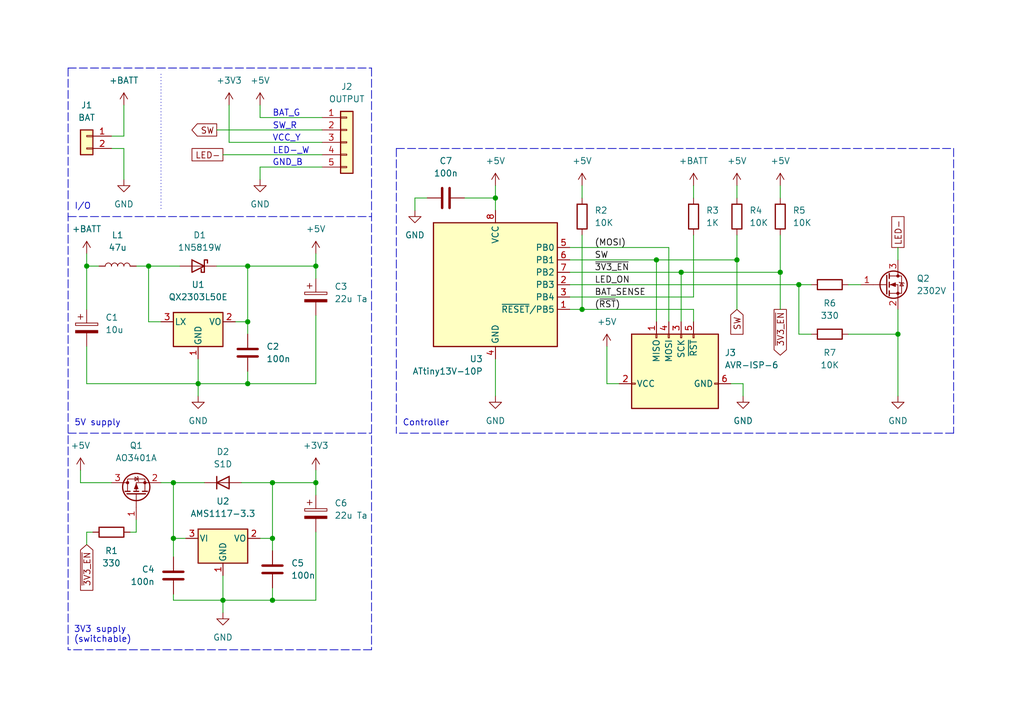
<source format=kicad_sch>
(kicad_sch (version 20211123) (generator eeschema)
  (paper "A5")
  (title_block (title "Napoleon Grill Battery Supply") (date "2024-10-22") (rev "0.1-alpha") (company "Yavook!de") (comment 1 "Napoleon Rogue SE (Special Edition) 425"))
  (lib_symbols
    (symbol "Connector:AVR-ISP-6" (pin_names (offset 1.016))
      (property "Reference" "J" (at -6.35 11.43 0))
      (property "Value" "AVR-ISP-6" (at 0 11.43 0))
      (symbol "AVR-ISP-6_0_1"
        (rectangle (start -2.667 -6.858) (end -2.413 -7.62))
        (rectangle (start -2.667 10.16) (end -2.413 9.398))
        (rectangle (start 7.62 -2.413) (end 6.858 -2.667))
        (rectangle (start 7.62 0.127) (end 6.858 -0.127))
        (rectangle (start 7.62 2.667) (end 6.858 2.413))
        (rectangle (start 7.62 5.207) (end 6.858 4.953))
        (rectangle (start 7.62 10.16) (end -7.62 -7.62) (stroke (width 0.254)) (fill (type background)))
      )
      (symbol "AVR-ISP-6_1_1"
        (pin passive line (at 10.16 5.08 180) (length 2.54) (name "MISO") (number "1"))
        (pin passive line (at -2.54 12.7 270) (length 2.54) (name "VCC") (number "2"))
        (pin passive line (at 10.16 0 180) (length 2.54) (name "SCK") (number "3"))
        (pin passive line (at 10.16 2.54 180) (length 2.54) (name "MOSI") (number "4"))
        (pin passive line (at 10.16 -2.54 180) (length 2.54) (name "~{RST}") (number "5"))
        (pin passive line (at -2.54 -10.16 90) (length 2.54) (name "GND") (number "6"))
      )
    )
    (symbol "Connector_Generic:Conn_01x02" (pin_names (offset 1.016) hide)
      (property "Reference" "J" (at 0 2.54 0))
      (property "Value" "Conn_01x02" (at 0 -5.08 0))
      (symbol "Conn_01x02_1_1"
        (rectangle (start -1.27 -2.413) (end 0 -2.667) (stroke (width 0.1524)))
        (rectangle (start -1.27 0.127) (end 0 -0.127) (stroke (width 0.1524)))
        (rectangle (start -1.27 1.27) (end 1.27 -3.81) (stroke (width 0.254)) (fill (type background)))
        (pin passive line (at -5.08 0 0) (length 3.81) (name "Pin_1") (number "1"))
        (pin passive line (at -5.08 -2.54 0) (length 3.81) (name "Pin_2") (number "2"))
      )
    )
    (symbol "Connector_Generic:Conn_01x05" (pin_names (offset 1.016) hide)
      (property "Reference" "J" (at 0 7.62 0))
      (property "Value" "Conn_01x05" (at 0 -7.62 0))
      (symbol "Conn_01x05_1_1"
        (rectangle (start -1.27 -4.953) (end 0 -5.207) (stroke (width 0.1524)))
        (rectangle (start -1.27 -2.413) (end 0 -2.667) (stroke (width 0.1524)))
        (rectangle (start -1.27 0.127) (end 0 -0.127) (stroke (width 0.1524)))
        (rectangle (start -1.27 2.667) (end 0 2.413) (stroke (width 0.1524)))
        (rectangle (start -1.27 5.207) (end 0 4.953) (stroke (width 0.1524)))
        (rectangle (start -1.27 6.35) (end 1.27 -6.35) (stroke (width 0.254)) (fill (type background)))
        (pin passive line (at -5.08 5.08 0) (length 3.81) (name "Pin_1") (number "1"))
        (pin passive line (at -5.08 2.54 0) (length 3.81) (name "Pin_2") (number "2"))
        (pin passive line (at -5.08 0 0) (length 3.81) (name "Pin_3") (number "3"))
        (pin passive line (at -5.08 -2.54 0) (length 3.81) (name "Pin_4") (number "4"))
        (pin passive line (at -5.08 -5.08 0) (length 3.81) (name "Pin_5") (number "5"))
      )
    )
    (symbol "Device:C" (pin_numbers hide) (pin_names (offset 0.254))
      (property "Reference" "C" (at 0.635 2.54 0))
      (property "Value" "C" (at 0.635 -2.54 0))
      (symbol "C_0_1"
        (polyline (pts (xy -2.032 -0.762) (xy 2.032 -0.762)) (stroke (width 0.508)))
        (polyline (pts (xy -2.032 0.762) (xy 2.032 0.762)) (stroke (width 0.508)))
      )
      (symbol "C_1_1"
        (pin passive line (at 0 3.81 270) (length 2.794) (name "~") (number "1"))
        (pin passive line (at 0 -3.81 90) (length 2.794) (name "~") (number "2"))
      )
    )
    (symbol "Device:C_Polarized" (pin_numbers hide) (pin_names (offset 0.254))
      (property "Reference" "C" (at 0.635 2.54 0))
      (property "Value" "C_Polarized" (at 0.635 -2.54 0))
      (symbol "C_Polarized_0_1"
        (rectangle (start -2.286 0.508) (end 2.286 1.016))
        (polyline (pts (xy -1.778 2.286) (xy -0.762 2.286)))
        (polyline (pts (xy -1.27 2.794) (xy -1.27 1.778)))
        (rectangle (start 2.286 -0.508) (end -2.286 -1.016) (fill (type outline)))
      )
      (symbol "C_Polarized_1_1"
        (pin passive line (at 0 3.81 270) (length 2.794) (name "~") (number "1"))
        (pin passive line (at 0 -3.81 90) (length 2.794) (name "~") (number "2"))
      )
    )
    (symbol "Device:D_Schottky" (pin_numbers hide) (pin_names (offset 1.016) hide)
      (property "Reference" "D" (at 0 2.54 0))
      (property "Value" "D_Schottky" (at 0 -2.54 0))
      (symbol "D_Schottky_0_1"
        (polyline (pts (xy 1.27 0) (xy -1.27 0)))
        (polyline (pts (xy 1.27 1.27) (xy 1.27 -1.27) (xy -1.27 0) (xy 1.27 1.27)) (stroke (width 0.254)))
        (polyline (pts (xy -1.905 0.635) (xy -1.905 1.27) (xy -1.27 1.27) (xy -1.27 -1.27) (xy -0.635 -1.27) (xy -0.635 -0.635)) (stroke (width 0.254)))
      )
      (symbol "D_Schottky_1_1"
        (pin passive line (at -3.81 0 0) (length 2.54) (name "K") (number "1"))
        (pin passive line (at 3.81 0 180) (length 2.54) (name "A") (number "2"))
      )
    )
    (symbol "Device:L" (pin_numbers hide) (pin_names (offset 1.016) hide)
      (property "Reference" "L" (at -1.27 0 90))
      (property "Value" "L" (at 1.905 0 90))
      (symbol "L_0_1"
        (arc (start 0 -2.54) (mid 0.635 -1.905) (end 0 -1.27))
        (arc (start 0 -1.27) (mid 0.635 -0.635) (end 0 0))
        (arc (start 0 0) (mid 0.635 0.635) (end 0 1.27))
        (arc (start 0 1.27) (mid 0.635 1.905) (end 0 2.54))
      )
      (symbol "L_1_1"
        (pin passive line (at 0 3.81 270) (length 1.27) (name "1") (number "1"))
        (pin passive line (at 0 -3.81 90) (length 1.27) (name "2") (number "2"))
      )
    )
    (symbol "Device:R" (pin_numbers hide) (pin_names (offset 0))
      (property "Reference" "R" (at 2.032 0 90))
      (property "Value" "R" (at 0 0 90))
      (symbol "R_0_1"
        (rectangle (start -1.016 -2.54) (end 1.016 2.54) (stroke (width 0.254)))
      )
      (symbol "R_1_1"
        (pin passive line (at 0 3.81 270) (length 1.27) (name "~") (number "1"))
        (pin passive line (at 0 -3.81 90) (length 1.27) (name "~") (number "2"))
      )
    )
    (symbol "Diode:US1D" (pin_numbers hide) (pin_names (offset 1.016) hide)
      (property "Reference" "D" (at 0 2.54 0))
      (property "Value" "US1D" (at 0 -2.54 0))
      (symbol "US1D_0_1"
        (polyline (pts (xy -1.27 1.27) (xy -1.27 -1.27)) (stroke (width 0.254)))
        (polyline (pts (xy 1.27 0) (xy -1.27 0)))
        (polyline (pts (xy 1.27 1.27) (xy 1.27 -1.27) (xy -1.27 0) (xy 1.27 1.27)) (stroke (width 0.254)))
      )
      (symbol "US1D_1_1"
        (pin passive line (at -3.81 0 0) (length 2.54) (name "K") (number "1"))
        (pin passive line (at 3.81 0 180) (length 2.54) (name "A") (number "2"))
      )
    )
    (symbol "MCU_Microchip_ATtiny:ATtiny13V-10P"
      (property "Reference" "U" (at -12.7 13.97 0))
      (property "Value" "ATtiny13V-10P" (at 2.54 -13.97 0))
      (symbol "ATtiny13V-10P_0_1"
        (rectangle (start -12.7 -12.7) (end 12.7 12.7) (stroke (width 0.254)) (fill (type background)))
      )
      (symbol "ATtiny13V-10P_1_1"
        (pin bidirectional line (at 15.24 -5.08 180) (length 2.54) (name "~{RESET}/PB5") (number "1"))
        (pin bidirectional line (at 15.24 0 180) (length 2.54) (name "PB3") (number "2"))
        (pin bidirectional line (at 15.24 -2.54 180) (length 2.54) (name "PB4") (number "3"))
        (pin power_in line (at 0 -15.24 90) (length 2.54) (name "GND") (number "4"))
        (pin bidirectional line (at 15.24 7.62 180) (length 2.54) (name "PB0") (number "5"))
        (pin bidirectional line (at 15.24 5.08 180) (length 2.54) (name "PB1") (number "6"))
        (pin bidirectional line (at 15.24 2.54 180) (length 2.54) (name "PB2") (number "7"))
        (pin power_in line (at 0 15.24 270) (length 2.54) (name "VCC") (number "8"))
      )
    )
    (symbol "Regulator_Linear:AMS1117-3.3" (pin_names (offset 0.254))
      (property "Reference" "U" (at -3.81 3.175 0))
      (property "Value" "AMS1117-3.3" (at 0 3.175 0))
      (symbol "AMS1117-3.3_0_1"
        (rectangle (start -5.08 -5.08) (end 5.08 1.905) (stroke (width 0.254)) (fill (type background)))
      )
      (symbol "AMS1117-3.3_1_1"
        (pin power_in line (at 0 -7.62 90) (length 2.54) (name "GND") (number "1"))
        (pin power_out line (at 7.62 0 180) (length 2.54) (name "VO") (number "2"))
        (pin power_in line (at -7.62 0 0) (length 2.54) (name "VI") (number "3"))
      )
    )
    (symbol "Transistor_FET:AO3401A" (pin_names hide)
      (property "Reference" "Q" (at 5.08 1.905 0))
      (property "Value" "AO3401A" (at 5.08 0 0))
      (symbol "AO3401A_0_1"
        (polyline (pts (xy 0.254 0) (xy -2.54 0)))
        (polyline (pts (xy 0.254 1.905) (xy 0.254 -1.905)) (stroke (width 0.254)))
        (polyline (pts (xy 0.762 -1.27) (xy 0.762 -2.286)) (stroke (width 0.254)))
        (polyline (pts (xy 0.762 0.508) (xy 0.762 -0.508)) (stroke (width 0.254)))
        (polyline (pts (xy 0.762 2.286) (xy 0.762 1.27)) (stroke (width 0.254)))
        (polyline (pts (xy 2.54 2.54) (xy 2.54 1.778)))
        (polyline (pts (xy 2.54 -2.54) (xy 2.54 0) (xy 0.762 0)))
        (polyline (pts (xy 0.762 1.778) (xy 3.302 1.778) (xy 3.302 -1.778) (xy 0.762 -1.778)))
        (polyline (pts (xy 2.286 0) (xy 1.27 0.381) (xy 1.27 -0.381) (xy 2.286 0)) (fill (type outline)))
        (polyline (pts (xy 2.794 -0.508) (xy 2.921 -0.381) (xy 3.683 -0.381) (xy 3.81 -0.254)))
        (polyline (pts (xy 3.302 -0.381) (xy 2.921 0.254) (xy 3.683 0.254) (xy 3.302 -0.381)))
        (circle (center 1.651 0) (radius 2.794) (stroke (width 0.254)))
        (circle (center 2.54 -1.778) (radius 0.254) (fill (type outline)))
        (circle (center 2.54 1.778) (radius 0.254) (fill (type outline)))
      )
      (symbol "AO3401A_1_1"
        (pin input line (at -5.08 0 0) (length 2.54) (name "G") (number "1"))
        (pin passive line (at 2.54 -5.08 90) (length 2.54) (name "S") (number "2"))
        (pin passive line (at 2.54 5.08 270) (length 2.54) (name "D") (number "3"))
      )
    )
    (symbol "Transistor_FET:DMG2302U" (pin_names hide)
      (property "Reference" "Q" (at 5.08 1.905 0))
      (property "Value" "DMG2302U" (at 5.08 0 0))
      (symbol "DMG2302U_0_1"
        (polyline (pts (xy 0.254 0) (xy -2.54 0)))
        (polyline (pts (xy 0.254 1.905) (xy 0.254 -1.905)) (stroke (width 0.254)))
        (polyline (pts (xy 0.762 -1.27) (xy 0.762 -2.286)) (stroke (width 0.254)))
        (polyline (pts (xy 0.762 0.508) (xy 0.762 -0.508)) (stroke (width 0.254)))
        (polyline (pts (xy 0.762 2.286) (xy 0.762 1.27)) (stroke (width 0.254)))
        (polyline (pts (xy 2.54 2.54) (xy 2.54 1.778)))
        (polyline (pts (xy 2.54 -2.54) (xy 2.54 0) (xy 0.762 0)))
        (polyline (pts (xy 0.762 -1.778) (xy 3.302 -1.778) (xy 3.302 1.778) (xy 0.762 1.778)))
        (polyline (pts (xy 1.016 0) (xy 2.032 0.381) (xy 2.032 -0.381) (xy 1.016 0)) (fill (type outline)))
        (polyline (pts (xy 2.794 0.508) (xy 2.921 0.381) (xy 3.683 0.381) (xy 3.81 0.254)))
        (polyline (pts (xy 3.302 0.381) (xy 2.921 -0.254) (xy 3.683 -0.254) (xy 3.302 0.381)))
        (circle (center 1.651 0) (radius 2.794) (stroke (width 0.254)))
        (circle (center 2.54 -1.778) (radius 0.254) (fill (type outline)))
        (circle (center 2.54 1.778) (radius 0.254) (fill (type outline)))
      )
      (symbol "DMG2302U_1_1"
        (pin input line (at -5.08 0 0) (length 2.54) (name "G") (number "1"))
        (pin passive line (at 2.54 -5.08 90) (length 2.54) (name "S") (number "2"))
        (pin passive line (at 2.54 5.08 270) (length 2.54) (name "D") (number "3"))
      )
    )
    (symbol "mini-boards:QX2303L50E" (pin_names (offset 0.254))
      (property "Reference" "U" (at -3.81 3.175 0))
      (property "Value" "QX2303L50E" (at 0 3.175 0))
      (symbol "QX2303L50E_0_1"
        (rectangle (start -5.08 -5.08) (end 5.08 1.905) (stroke (width 0.254)) (fill (type background)))
      )
      (symbol "QX2303L50E_1_1"
        (pin power_in line (at 0 -7.62 90) (length 2.54) (name "GND") (number "1"))
        (pin power_out line (at 7.62 0 180) (length 2.54) (name "VO") (number "2"))
        (pin open_collector line (at -7.62 0 0) (length 2.54) (name "LX") (number "3"))
      )
    )
    (symbol "power:+3V3" (power) (pin_names (offset 0))
      (property "Value" "+3V3" (at 0 3.556 0))
      (symbol "+3V3_0_1"
        (polyline (pts (xy -0.762 1.27) (xy 0 2.54)))
        (polyline (pts (xy 0 0) (xy 0 2.54)))
        (polyline (pts (xy 0 2.54) (xy 0.762 1.27)))
      )
      (symbol "+3V3_1_1"
        (pin power_in line (at 0 0 90) (length 0) hide (name "+3V3") (number "1"))
      )
    )
    (symbol "power:+5V" (power) (pin_names (offset 0))
      (property "Value" "+5V" (at 0 3.556 0))
      (symbol "+5V_0_1"
        (polyline (pts (xy -0.762 1.27) (xy 0 2.54)))
        (polyline (pts (xy 0 0) (xy 0 2.54)))
        (polyline (pts (xy 0 2.54) (xy 0.762 1.27)))
      )
      (symbol "+5V_1_1"
        (pin power_in line (at 0 0 90) (length 0) hide (name "+5V") (number "1"))
      )
    )
    (symbol "power:+BATT" (power) (pin_names (offset 0))
      (property "Value" "+BATT" (at 0 3.556 0))
      (symbol "+BATT_0_1"
        (polyline (pts (xy -0.762 1.27) (xy 0 2.54)))
        (polyline (pts (xy 0 0) (xy 0 2.54)))
        (polyline (pts (xy 0 2.54) (xy 0.762 1.27)))
      )
      (symbol "+BATT_1_1"
        (pin power_in line (at 0 0 90) (length 0) hide (name "+BATT") (number "1"))
      )
    )
    (symbol "power:GND" (power) (pin_names (offset 0))
      (property "Value" "GND" (at 0 -3.81 0))
      (symbol "GND_0_1"
        (polyline (pts (xy 0 0) (xy 0 -1.27) (xy 1.27 -1.27) (xy 0 -2.54) (xy -1.27 -1.27) (xy 0 -1.27)))
      )
      (symbol "GND_1_1"
        (pin power_in line (at 0 0 270) (length 0) hide (name "GND") (number "1"))
      )
    )
  )
  (junction (at 139.7 55.88))
  (junction (at 40.64 78.74))
  (junction (at 160.02 55.88))
  (junction (at 163.83 58.42))
  (junction (at 50.8 78.74))
  (junction (at 35.56 110.49))
  (junction (at 119.38 63.5))
  (junction (at 35.56 99.06))
  (junction (at 151.13 53.34))
  (junction (at 55.88 123.19))
  (junction (at 134.62 53.34))
  (junction (at 50.8 54.61))
  (junction (at 30.48 54.61))
  (junction (at 184.15 68.58))
  (junction (at 45.72 123.19))
  (junction (at 64.77 99.06))
  (junction (at 64.77 54.61))
  (junction (at 17.78 54.61))
  (junction (at 55.88 110.49))
  (junction (at 50.8 66.04))
  (junction (at 101.6 40.64))
  (junction (at 55.88 99.06))
  (wire (pts (xy 50.8 54.61) (xy 64.77 54.61)))
  (wire (pts (xy 16.51 99.06) (xy 22.86 99.06)))
  (wire (pts (xy 142.24 38.1) (xy 142.24 40.64)))
  (wire (pts (xy 49.53 99.06) (xy 55.88 99.06)))
  (polyline (pts (xy 13.97 13.97) (xy 13.97 133.35)))
  (wire (pts (xy 53.34 34.29) (xy 53.34 36.83)))
  (wire (pts (xy 101.6 73.66) (xy 101.6 81.28)))
  (polyline (pts (xy 13.97 88.9) (xy 76.2 88.9)))
  (wire (pts (xy 134.62 53.34) (xy 134.62 66.04)))
  (wire (pts (xy 40.64 73.66) (xy 40.64 78.74)))
  (wire (pts (xy 44.45 26.67) (xy 66.04 26.67)))
  (wire (pts (xy 35.56 123.19) (xy 45.72 123.19)))
  (wire (pts (xy 116.84 50.8) (xy 137.16 50.8)))
  (wire (pts (xy 45.72 31.75) (xy 66.04 31.75)))
  (wire (pts (xy 116.84 58.42) (xy 163.83 58.42)))
  (wire (pts (xy 55.88 99.06) (xy 55.88 110.49)))
  (wire (pts (xy 55.88 99.06) (xy 64.77 99.06)))
  (wire (pts (xy 101.6 38.1) (xy 101.6 40.64)))
  (wire (pts (xy 25.4 21.59) (xy 25.4 27.94)))
  (polyline (pts (xy 13.97 44.45) (xy 76.2 44.45)))
  (wire (pts (xy 22.86 30.48) (xy 25.4 30.48)))
  (wire (pts (xy 184.15 63.5) (xy 184.15 68.58)))
  (polyline (pts (xy 33.02 15.24) (xy 33.02 43.18)) (stroke (width 0) (type dot)))
  (wire (pts (xy 22.86 27.94) (xy 25.4 27.94)))
  (wire (pts (xy 55.88 120.65) (xy 55.88 123.19)))
  (wire (pts (xy 95.25 40.64) (xy 101.6 40.64)))
  (wire (pts (xy 64.77 96.52) (xy 64.77 99.06)))
  (wire (pts (xy 116.84 55.88) (xy 139.7 55.88)))
  (wire (pts (xy 17.78 111.76) (xy 17.78 109.22)))
  (wire (pts (xy 64.77 52.07) (xy 64.77 54.61)))
  (wire (pts (xy 142.24 60.96) (xy 142.24 48.26)))
  (wire (pts (xy 48.26 66.04) (xy 50.8 66.04)))
  (wire (pts (xy 16.51 96.52) (xy 16.51 99.06)))
  (wire (pts (xy 85.09 40.64) (xy 85.09 43.18)))
  (wire (pts (xy 152.4 78.74) (xy 152.4 81.28)))
  (wire (pts (xy 17.78 54.61) (xy 20.32 54.61)))
  (wire (pts (xy 139.7 55.88) (xy 139.7 66.04)))
  (wire (pts (xy 17.78 78.74) (xy 40.64 78.74)))
  (wire (pts (xy 119.38 38.1) (xy 119.38 40.64)))
  (wire (pts (xy 149.86 78.74) (xy 152.4 78.74)))
  (polyline (pts (xy 76.2 13.97) (xy 76.2 133.35)))
  (wire (pts (xy 137.16 50.8) (xy 137.16 66.04)))
  (wire (pts (xy 124.46 78.74) (xy 127 78.74)))
  (wire (pts (xy 119.38 48.26) (xy 119.38 63.5)))
  (polyline (pts (xy 195.58 30.48) (xy 195.58 88.9)))
  (wire (pts (xy 55.88 110.49) (xy 55.88 113.03)))
  (wire (pts (xy 151.13 38.1) (xy 151.13 40.64)))
  (wire (pts (xy 27.94 109.22) (xy 27.94 106.68)))
  (wire (pts (xy 64.77 123.19) (xy 55.88 123.19)))
  (wire (pts (xy 116.84 60.96) (xy 142.24 60.96)))
  (wire (pts (xy 64.77 109.22) (xy 64.77 123.19)))
  (polyline (pts (xy 81.28 30.48) (xy 195.58 30.48)))
  (wire (pts (xy 101.6 40.64) (xy 101.6 43.18)))
  (polyline (pts (xy 76.2 133.35) (xy 13.97 133.35)))
  (wire (pts (xy 35.56 121.92) (xy 35.56 123.19)))
  (wire (pts (xy 30.48 54.61) (xy 36.83 54.61)))
  (wire (pts (xy 17.78 109.22) (xy 19.05 109.22)))
  (wire (pts (xy 46.99 29.21) (xy 66.04 29.21)))
  (wire (pts (xy 87.63 40.64) (xy 85.09 40.64)))
  (wire (pts (xy 184.15 50.8) (xy 184.15 53.34)))
  (wire (pts (xy 119.38 63.5) (xy 142.24 63.5)))
  (wire (pts (xy 17.78 52.07) (xy 17.78 54.61)))
  (wire (pts (xy 64.77 64.77) (xy 64.77 78.74)))
  (wire (pts (xy 53.34 24.13) (xy 66.04 24.13)))
  (wire (pts (xy 30.48 66.04) (xy 30.48 54.61)))
  (wire (pts (xy 50.8 76.2) (xy 50.8 78.74)))
  (wire (pts (xy 151.13 48.26) (xy 151.13 53.34)))
  (wire (pts (xy 50.8 78.74) (xy 64.77 78.74)))
  (wire (pts (xy 17.78 63.5) (xy 17.78 54.61)))
  (wire (pts (xy 53.34 34.29) (xy 66.04 34.29)))
  (wire (pts (xy 45.72 123.19) (xy 45.72 118.11)))
  (wire (pts (xy 116.84 53.34) (xy 134.62 53.34)))
  (wire (pts (xy 142.24 66.04) (xy 142.24 63.5)))
  (wire (pts (xy 40.64 78.74) (xy 40.64 81.28)))
  (wire (pts (xy 64.77 99.06) (xy 64.77 101.6)))
  (wire (pts (xy 45.72 123.19) (xy 45.72 125.73)))
  (wire (pts (xy 160.02 48.26) (xy 160.02 55.88)))
  (wire (pts (xy 35.56 99.06) (xy 41.91 99.06)))
  (polyline (pts (xy 81.28 30.48) (xy 81.28 88.9)))
  (wire (pts (xy 26.67 109.22) (xy 27.94 109.22)))
  (wire (pts (xy 35.56 110.49) (xy 35.56 99.06)))
  (wire (pts (xy 38.1 110.49) (xy 35.56 110.49)))
  (wire (pts (xy 50.8 78.74) (xy 40.64 78.74)))
  (wire (pts (xy 17.78 71.12) (xy 17.78 78.74)))
  (polyline (pts (xy 13.97 13.97) (xy 76.2 13.97)))
  (wire (pts (xy 173.99 68.58) (xy 184.15 68.58)))
  (wire (pts (xy 27.94 54.61) (xy 30.48 54.61)))
  (wire (pts (xy 55.88 123.19) (xy 45.72 123.19)))
  (polyline (pts (xy 195.58 88.9) (xy 81.28 88.9)))
  (wire (pts (xy 53.34 21.59) (xy 53.34 24.13)))
  (wire (pts (xy 50.8 66.04) (xy 50.8 68.58)))
  (wire (pts (xy 44.45 54.61) (xy 50.8 54.61)))
  (wire (pts (xy 35.56 110.49) (xy 35.56 114.3)))
  (wire (pts (xy 166.37 68.58) (xy 163.83 68.58)))
  (wire (pts (xy 116.84 63.5) (xy 119.38 63.5)))
  (wire (pts (xy 33.02 99.06) (xy 35.56 99.06)))
  (wire (pts (xy 53.34 110.49) (xy 55.88 110.49)))
  (wire (pts (xy 160.02 55.88) (xy 160.02 63.5)))
  (wire (pts (xy 151.13 53.34) (xy 151.13 63.5)))
  (wire (pts (xy 173.99 58.42) (xy 176.53 58.42)))
  (wire (pts (xy 64.77 54.61) (xy 64.77 57.15)))
  (wire (pts (xy 33.02 66.04) (xy 30.48 66.04)))
  (wire (pts (xy 184.15 68.58) (xy 184.15 81.28)))
  (wire (pts (xy 163.83 58.42) (xy 166.37 58.42)))
  (wire (pts (xy 46.99 29.21) (xy 46.99 21.59)))
  (wire (pts (xy 134.62 53.34) (xy 151.13 53.34)))
  (wire (pts (xy 160.02 38.1) (xy 160.02 40.64)))
  (wire (pts (xy 163.83 68.58) (xy 163.83 58.42)))
  (wire (pts (xy 139.7 55.88) (xy 160.02 55.88)))
  (wire (pts (xy 124.46 71.12) (xy 124.46 78.74)))
  (wire (pts (xy 50.8 54.61) (xy 50.8 66.04)))
  (wire (pts (xy 25.4 30.48) (xy 25.4 36.83)))
  (text "I/O" (at 15.24 43.18 0) (effects (font (size 1.27 1.27)) (justify left bottom)))
  (text "VCC_Y" (at 55.8496 29.1853 0) (effects (font (size 1.27 1.27)) (justify left bottom)))
  (text "GND_B" (at 55.8496 34.2009 0) (effects (font (size 1.27 1.27)) (justify left bottom)))
  (text "5V supply" (at 15.2157 87.6125 0) (effects (font (size 1.27 1.27)) (justify left bottom)))
  (text "SW_R" (at 55.88 26.67 0) (effects (font (size 1.27 1.27)) (justify left bottom)))
  (text "BAT_G" (at 55.8496 24.0693 0) (effects (font (size 1.27 1.27)) (justify left bottom)))
  (text "LED-_W" (at 55.88 31.75 0) (effects (font (size 1.27 1.27)) (justify left bottom)))
  (text "3V3 supply\n(switchable)" (at 15.1293 132.0625 0) (effects (font (size 1.27 1.27)) (justify left bottom)))
  (text "Controller" (at 82.55 87.63 0) (effects (font (size 1.27 1.27)) (justify left bottom)))
  (label "LED_ON" (at 121.92 58.42 0))
  (label "(MOSI)" (at 121.92 50.8 0))
  (label "(~{RST})" (at 121.92 63.5 0))
  (label "~{3V3_EN}" (at 121.92 55.88 0))
  (label "SW" (at 121.92 53.34 0))
  (label "BAT_SENSE" (at 121.92 60.96 0))
  (global_label "~{3V3_EN}" (shape output) (at 160.02 63.5 270) (property "Referenzen zwischen Schaltplänen" "${INTERSHEET_REFS}" (effects hide)))
  (global_label "LED-" (shape passive) (at 45.72 31.75 180) (property "Referenzen zwischen Schaltplänen" "${INTERSHEET_REFS}" (effects hide)))
  (global_label "SW" (shape input) (at 151.13 63.5 270) (property "Referenzen zwischen Schaltplänen" "${INTERSHEET_REFS}" (effects hide)))
  (global_label "~{3V3_EN}" (shape input) (at 17.78 111.76 270) (property "Referenzen zwischen Schaltplänen" "${INTERSHEET_REFS}" (effects hide)))
  (global_label "LED-" (shape passive) (at 184.15 50.8 90) (property "Referenzen zwischen Schaltplänen" "${INTERSHEET_REFS}" (effects hide)))
  (global_label "SW" (shape output) (at 44.45 26.67 180) (property "Referenzen zwischen Schaltplänen" "${INTERSHEET_REFS}" (effects hide)))
  (symbol (lib_id "MCU_Microchip_ATtiny:ATtiny13V-10P") (at 101.6 58.42 0) (unit 1)
    (property "Reference" "U3" (at 99.06 73.66 0) (effects (justify right)))
    (property "Value" "ATtiny13V-10P" (at 99.06 76.2 0) (effects (justify right)))
    (property "Footprint" "Package_DIP:DIP-8_W7.62mm_Socket_LongPads" (effects hide))
    (property "Datasheet" "http://ww1.microchip.com/downloads/en/DeviceDoc/doc2535.pdf" (effects hide))
  )
  (symbol (lib_id "power:+5V") (at 160.02 38.1 0) (unit 1)
    (property "Reference" "#PWR020" (effects hide))
    (property "Value" "+5V" (at 160.02 33.02 0))
  )
  (symbol (lib_id "power:+5V") (at 119.38 38.1 0) (unit 1)
    (property "Reference" "#PWR015" (effects hide))
    (property "Value" "+5V" (at 119.38 33.02 0))
  )
  (symbol (lib_id "power:GND") (at 45.72 125.73 0) (unit 1)
    (property "Reference" "#PWR010" (effects hide))
    (property "Value" "GND" (at 45.72 130.81 0))
  )
  (symbol (lib_id "power:+5V") (at 64.77 52.07 0) (unit 1)
    (property "Reference" "#PWR08" (effects hide))
    (property "Value" "+5V" (at 64.77 46.99 0))
  )
  (symbol (lib_id "Device:R") (at 22.86 109.22 90) (unit 1)
    (property "Reference" "R1" (at 22.86 113.03 90))
    (property "Value" "330" (at 22.86 115.57 90))
    (property "Footprint" "Resistor_SMD:R_0805_2012Metric_Pad1.20x1.40mm_HandSolder" (effects hide))
  )
  (symbol (lib_id "Device:C_Polarized") (at 64.77 60.96 0) (unit 1)
    (property "Reference" "C3" (at 68.58 58.8009 0) (effects (justify left)))
    (property "Value" "22u Ta" (at 68.58 61.3409 0) (effects (justify left)))
    (property "Footprint" "Capacitor_Tantalum_SMD:CP_EIA-3216-18_Kemet-A_Pad1.58x1.35mm_HandSolder" (effects hide))
  )
  (symbol (lib_id "Device:C") (at 91.44 40.64 270) (unit 1)
    (property "Reference" "C7" (at 91.44 33.02 90))
    (property "Value" "100n" (at 91.44 35.56 90))
    (property "Footprint" "Capacitor_SMD:C_0805_2012Metric_Pad1.18x1.45mm_HandSolder" (effects hide))
  )
  (symbol (lib_id "power:GND") (at 85.09 43.18 0) (unit 1)
    (property "Reference" "#PWR012" (effects hide))
    (property "Value" "GND" (at 85.09 48.26 0))
  )
  (symbol (lib_id "Device:D_Schottky") (at 40.64 54.61 0) (mirror y) (unit 1)
    (property "Reference" "D1" (at 40.9575 48.26 0))
    (property "Value" "1N5819W" (at 40.9575 50.8 0))
    (property "Footprint" "Diode_SMD:D_SOD-123" (effects hide))
    (property "Datasheet" "https://www.lcsc.com/datasheet/lcsc_datasheet_2307181656_HXY-MOSFET-1N5819W_C5451628.pdf" (effects hide))
  )
  (symbol (lib_id "Device:R") (at 151.13 44.45 180) (unit 1)
    (property "Reference" "R4" (at 153.67 43.1799 0) (effects (justify right)))
    (property "Value" "10K" (at 153.67 45.7199 0) (effects (justify right)))
    (property "Footprint" "Resistor_SMD:R_0805_2012Metric_Pad1.20x1.40mm_HandSolder" (effects hide))
  )
  (symbol (lib_id "power:+5V") (at 53.34 21.59 0) (unit 1)
    (property "Reference" "#PWR04" (effects hide))
    (property "Value" "+5V" (at 53.34 16.51 0))
  )
  (symbol (lib_id "Transistor_FET:DMG2302U") (at 181.61 58.42 0) (unit 1)
    (property "Reference" "Q2" (at 187.96 57.1499 0) (effects (justify left)))
    (property "Value" "2302V" (at 187.96 59.6899 0) (effects (justify left)))
    (property "Footprint" "Package_TO_SOT_SMD:SOT-23" (effects hide))
    (property "Datasheet" "https://www.lcsc.com/datasheet/lcsc_datasheet_2410010230_HL-2302V_C7431443.pdf" (effects hide))
  )
  (symbol (lib_id "power:+5V") (at 16.51 96.52 0) (unit 1)
    (property "Reference" "#PWR09" (effects hide))
    (property "Value" "+5V" (at 16.51 91.44 0))
  )
  (symbol (lib_id "Device:R") (at 160.02 44.45 180) (unit 1)
    (property "Reference" "R5" (at 162.56 43.1799 0) (effects (justify right)))
    (property "Value" "10K" (at 162.56 45.7199 0) (effects (justify right)))
    (property "Footprint" "Resistor_SMD:R_0805_2012Metric_Pad1.20x1.40mm_HandSolder" (effects hide))
  )
  (symbol (lib_id "Device:C") (at 35.56 118.11 0) (mirror x) (unit 1)
    (property "Reference" "C4" (at 31.75 116.8399 0) (effects (justify right)))
    (property "Value" "100n" (at 31.75 119.3799 0) (effects (justify right)))
    (property "Footprint" "Capacitor_SMD:C_0805_2012Metric_Pad1.18x1.45mm_HandSolder" (effects hide))
  )
  (symbol (lib_id "Device:C") (at 50.8 72.39 0) (unit 1)
    (property "Reference" "C2" (at 54.61 71.1199 0) (effects (justify left)))
    (property "Value" "100n" (at 54.61 73.6599 0) (effects (justify left)))
    (property "Footprint" "Capacitor_SMD:C_0805_2012Metric_Pad1.18x1.45mm_HandSolder" (effects hide))
  )
  (symbol (lib_id "power:GND") (at 152.4 81.28 0) (unit 1)
    (property "Reference" "#PWR019" (effects hide))
    (property "Value" "GND" (at 152.4 86.36 0))
  )
  (symbol (lib_id "power:GND") (at 53.34 36.83 0) (unit 1)
    (property "Reference" "#PWR05" (effects hide))
    (property "Value" "GND" (at 53.34 41.91 0))
  )
  (symbol (lib_id "Device:C_Polarized") (at 17.78 67.31 0) (unit 1)
    (property "Reference" "C1" (at 21.59 65.1509 0) (effects (justify left)))
    (property "Value" "10u" (at 21.59 67.6909 0) (effects (justify left)))
    (property "Footprint" "Capacitor_SMD:CP_Elec_4x5.4" (effects hide))
  )
  (symbol (lib_id "power:+BATT") (at 25.4 21.59 0) (unit 1)
    (property "Reference" "#PWR01" (effects hide))
    (property "Value" "+BATT" (at 25.4 16.51 0))
  )
  (symbol (lib_id "Device:L") (at 24.13 54.61 90) (unit 1)
    (property "Reference" "L1" (at 24.13 48.26 90))
    (property "Value" "47u" (at 24.13 50.8 90))
    (property "Footprint" "Inductor_SMD:L_10.4x10.4_H4.8" (effects hide))
  )
  (symbol (lib_id "Device:R") (at 119.38 44.45 180) (unit 1)
    (property "Reference" "R2" (at 121.92 43.1799 0) (effects (justify right)))
    (property "Value" "10K" (at 121.92 45.7199 0) (effects (justify right)))
    (property "Footprint" "Resistor_SMD:R_0805_2012Metric_Pad1.20x1.40mm_HandSolder" (effects hide))
  )
  (symbol (lib_id "power:+5V") (at 151.13 38.1 0) (unit 1)
    (property "Reference" "#PWR018" (effects hide))
    (property "Value" "+5V" (at 151.13 33.02 0))
  )
  (symbol (lib_id "Connector:AVR-ISP-6") (at 139.7 76.2 90) (unit 1)
    (property "Reference" "J3" (at 148.59 72.39 90) (effects (justify right)))
    (property "Value" "AVR-ISP-6" (at 148.59 74.93 90) (effects (justify right)))
    (property "Footprint" "Connector_IDC:IDC-Header_2x03_P2.54mm_Vertical" (effects hide))
    (property "Datasheet" " ~" (effects hide))
  )
  (symbol (lib_id "power:GND") (at 184.15 81.28 0) (unit 1)
    (property "Reference" "#PWR021" (effects hide))
    (property "Value" "GND" (at 184.15 86.36 0))
  )
  (symbol (lib_id "power:GND") (at 40.64 81.28 0) (unit 1)
    (property "Reference" "#PWR07" (effects hide))
    (property "Value" "GND" (at 40.64 86.36 0))
  )
  (symbol (lib_id "power:GND") (at 25.4 36.83 0) (unit 1)
    (property "Reference" "#PWR02" (effects hide))
    (property "Value" "GND" (at 25.4 41.91 0))
  )
  (symbol (lib_id "power:+5V") (at 101.6 38.1 0) (unit 1)
    (property "Reference" "#PWR013" (effects hide))
    (property "Value" "+5V" (at 101.6 33.02 0))
  )
  (symbol (lib_id "Device:C_Polarized") (at 64.77 105.41 0) (unit 1)
    (property "Reference" "C6" (at 68.58 103.2509 0) (effects (justify left)))
    (property "Value" "22u Ta" (at 68.58 105.7909 0) (effects (justify left)))
    (property "Footprint" "Capacitor_Tantalum_SMD:CP_EIA-3216-18_Kemet-A_Pad1.58x1.35mm_HandSolder" (effects hide))
  )
  (symbol (lib_id "Device:R") (at 142.24 44.45 180) (unit 1)
    (property "Reference" "R3" (at 144.78 43.1799 0) (effects (justify right)))
    (property "Value" "1K" (at 144.78 45.7199 0) (effects (justify right)))
    (property "Footprint" "Resistor_SMD:R_0805_2012Metric_Pad1.20x1.40mm_HandSolder" (effects hide))
  )
  (symbol (lib_id "power:+3V3") (at 46.99 21.59 0) (unit 1)
    (property "Reference" "#PWR03" (effects hide))
    (property "Value" "+3V3" (at 46.99 16.51 0))
  )
  (symbol (lib_id "Regulator_Linear:AMS1117-3.3") (at 45.72 110.49 0) (unit 1)
    (property "Reference" "U2" (at 45.72 102.87 0))
    (property "Value" "AMS1117-3.3" (at 45.72 105.41 0))
    (property "Footprint" "Package_TO_SOT_SMD:SOT-223-3_TabPin2" (effects hide))
    (property "Datasheet" "http://www.advanced-monolithic.com/pdf/ds1117.pdf" (effects hide))
  )
  (symbol (lib_id "power:+3V3") (at 64.77 96.52 0) (unit 1)
    (property "Reference" "#PWR011" (effects hide))
    (property "Value" "+3V3" (at 64.77 91.44 0))
  )
  (symbol (lib_id "power:GND") (at 101.6 81.28 0) (unit 1)
    (property "Reference" "#PWR014" (effects hide))
    (property "Value" "GND" (at 101.6 86.36 0))
  )
  (symbol (lib_id "power:+5V") (at 124.46 71.12 0) (unit 1)
    (property "Reference" "#PWR016" (effects hide))
    (property "Value" "+5V" (at 124.46 66.04 0))
  )
  (symbol (lib_id "Transistor_FET:AO3401A") (at 27.94 101.6 90) (unit 1)
    (property "Reference" "Q1" (at 27.94 91.44 90))
    (property "Value" "AO3401A" (at 27.94 93.98 90))
    (property "Footprint" "Package_TO_SOT_SMD:SOT-23" (effects hide))
    (property "Datasheet" "http://www.aosmd.com/pdfs/datasheet/AO3401A.pdf" (effects hide))
  )
  (symbol (lib_id "power:+BATT") (at 142.24 38.1 0) (unit 1)
    (property "Reference" "#PWR017" (effects hide))
    (property "Value" "+BATT" (at 142.24 33.02 0))
  )
  (symbol (lib_id "Connector_Generic:Conn_01x02") (at 17.78 27.94 0) (mirror y) (unit 1)
    (property "Reference" "J1" (at 17.78 21.59 0))
    (property "Value" "BAT" (at 17.78 24.13 0))
    (property "Footprint" "mini-boards:SolderWire_02_2x4mm" (effects hide))
  )
  (symbol (lib_id "Device:C") (at 55.88 116.84 0) (unit 1)
    (property "Reference" "C5" (at 59.69 115.5699 0) (effects (justify left)))
    (property "Value" "100n" (at 59.69 118.1099 0) (effects (justify left)))
    (property "Footprint" "Capacitor_SMD:C_0805_2012Metric_Pad1.18x1.45mm_HandSolder" (effects hide))
  )
  (symbol (lib_id "Device:R") (at 170.18 58.42 90) (unit 1)
    (property "Reference" "R6" (at 170.18 62.23 90))
    (property "Value" "330" (at 170.18 64.77 90))
    (property "Footprint" "Resistor_SMD:R_0805_2012Metric_Pad1.20x1.40mm_HandSolder" (effects hide))
  )
  (symbol (lib_id "power:+BATT") (at 17.78 52.07 0) (unit 1)
    (property "Reference" "#PWR06" (effects hide))
    (property "Value" "+BATT" (at 17.78 46.99 0))
  )
  (symbol (lib_id "Diode:US1D") (at 45.72 99.06 0) (unit 1)
    (property "Reference" "D2" (at 45.72 92.71 0))
    (property "Value" "S1D" (at 45.72 95.25 0))
    (property "Footprint" "Diode_SMD:D_SMA_Handsoldering" (effects hide))
    (property "Datasheet" "https://www.vishay.com/docs/88711/s1.pdf" (effects hide))
  )
  (symbol (lib_id "mini-boards:QX2303L50E") (at 40.64 66.04 0) (unit 1)
    (property "Reference" "U1" (at 40.64 58.42 0))
    (property "Value" "QX2303L50E" (at 40.64 60.96 0))
    (property "Footprint" "Package_TO_SOT_SMD:SOT-89-3_Handsoldering" (effects hide))
    (property "Datasheet" "https://www.lcsc.com/datasheet/lcsc_datasheet_1809201531_QX-Micro-Devices-QX2303L50TO_C236066.pdf" (effects hide))
  )
  (symbol (lib_id "Device:R") (at 170.18 68.58 270) (unit 1)
    (property "Reference" "R7" (at 170.18 72.39 90))
    (property "Value" "10K" (at 170.18 74.93 90))
    (property "Footprint" "Resistor_SMD:R_0805_2012Metric_Pad1.20x1.40mm_HandSolder" (effects hide))
  )
  (symbol (lib_id "Connector_Generic:Conn_01x05") (at 71.12 29.21 0) (unit 1)
    (property "Reference" "J2" (at 71.12 17.78 0))
    (property "Value" "OUTPUT" (at 71.12 20.32 0))
    (property "Footprint" "mini-boards:SolderWire_05_2x4mm" (effects hide))
  )
)
</source>
